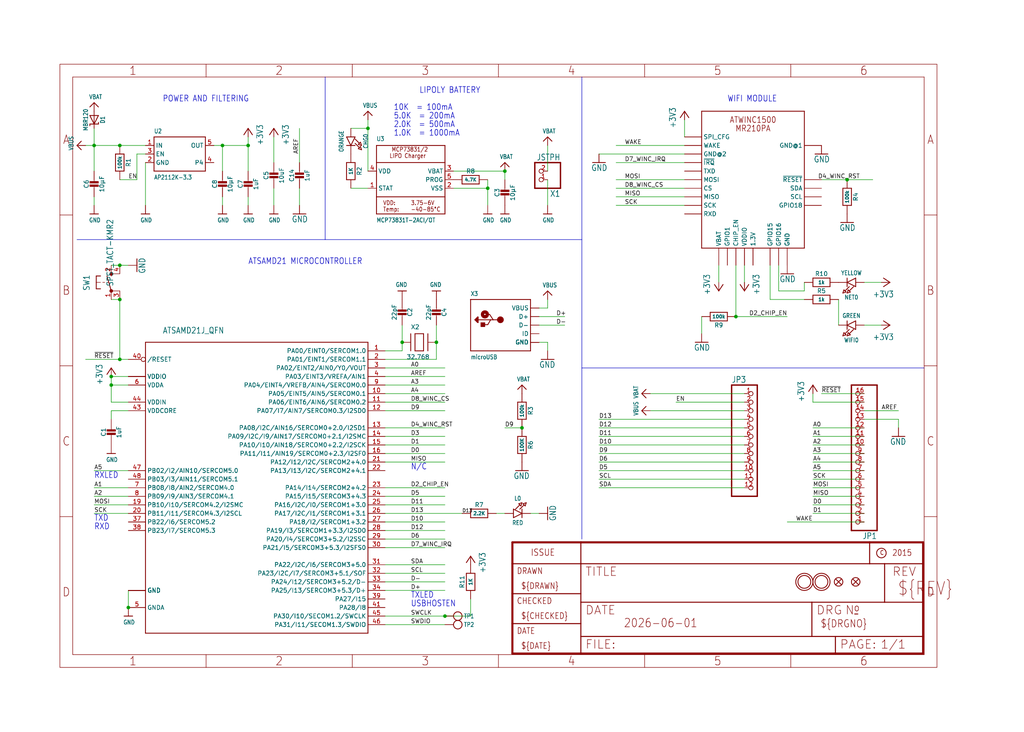
<source format=kicad_sch>
(kicad_sch (version 20230121) (generator eeschema)
  (paper "User" 303.962 217.322)
  (junction (at 109.22 38.1))
  (junction (at 33.02 111.76))
  (junction (at 27.94 43.18))
  (junction (at 66.04 43.18))
  (junction (at 33.02 114.3))
  (junction (at 149.86 50.8))
  (junction (at 132.08 182.88))
  (junction (at 73.66 43.18))
  (junction (at 144.78 55.88))
  (junction (at 35.56 43.18))
  (junction (at 35.56 88.9))
  (junction (at 35.56 78.74))
  (junction (at 251.46 53.34))
  (junction (at 119.38 101.6))
  (junction (at 35.56 106.68))
  (junction (at 154.94 127))
  (junction (at 129.54 101.6))
  (junction (at 218.44 93.98))
  (junction (at 38.1 180.34))
  (wire (pts (xy 43.18 43.18) (xy 35.56 43.18)) (stroke (width 0.1524)))
  (wire (pts (xy 27.94 152.4) (xy 38.1 152.4)) (stroke (width 0.1524)))
  (wire (pts (xy 66.04 43.18) (xy 73.66 43.18)) (stroke (width 0.1524)))
  (wire (pts (xy 33.02 114.3) (xy 33.02 111.76)) (stroke (width 0.1524)))
  (wire (pts (xy 35.56 106.68) (xy 25.4 106.68)) (stroke (width 0.1524)))
  (wire (pts (xy 208.28 93.98) (xy 208.28 99.06)) (stroke (width 0.1524)))
  (wire (pts (xy 256.54 149.86) (xy 241.3 149.86)) (stroke (width 0.1524)))
  (wire (pts (xy 88.9 48.26) (xy 88.9 38.1)) (stroke (width 0.1524)))
  (wire (pts (xy 114.3 162.56) (xy 132.08 162.56)) (stroke (width 0.1524)))
  (wire (pts (xy 200.66 119.38) (xy 220.98 119.38)) (stroke (width 0.1524)))
  (polyline (pts (xy 172.72 109.22) (xy 172.72 71.12)) (stroke (width 0.1524) (type solid)))
  (wire (pts (xy 220.98 83.82) (xy 220.98 78.74)) (stroke (width 0.1524)))
  (wire (pts (xy 243.84 53.34) (xy 251.46 53.34)) (stroke (width 0.1524)))
  (wire (pts (xy 63.5 43.18) (xy 66.04 43.18)) (stroke (width 0.1524)))
  (wire (pts (xy 114.3 144.78) (xy 132.08 144.78)) (stroke (width 0.1524)))
  (wire (pts (xy 162.56 91.44) (xy 162.56 88.9)) (stroke (width 0.1524)))
  (wire (pts (xy 27.94 147.32) (xy 38.1 147.32)) (stroke (width 0.1524)))
  (wire (pts (xy 38.1 149.86) (xy 27.94 149.86)) (stroke (width 0.1524)))
  (wire (pts (xy 241.3 119.38) (xy 256.54 119.38)) (stroke (width 0.1524)))
  (wire (pts (xy 256.54 144.78) (xy 241.3 144.78)) (stroke (width 0.1524)))
  (wire (pts (xy 220.98 134.62) (xy 177.8 134.62)) (stroke (width 0.1524)))
  (wire (pts (xy 256.54 137.16) (xy 241.3 137.16)) (stroke (width 0.1524)))
  (wire (pts (xy 149.86 53.34) (xy 149.86 50.8)) (stroke (width 0.1524)))
  (wire (pts (xy 114.3 137.16) (xy 132.08 137.16)) (stroke (width 0.1524)))
  (wire (pts (xy 88.9 55.88) (xy 88.9 60.96)) (stroke (width 0.1524)))
  (wire (pts (xy 114.3 182.88) (xy 132.08 182.88)) (stroke (width 0.1524)))
  (wire (pts (xy 177.8 144.78) (xy 220.98 144.78)) (stroke (width 0.1524)))
  (wire (pts (xy 203.2 43.18) (xy 182.88 43.18)) (stroke (width 0.1524)))
  (wire (pts (xy 25.4 43.18) (xy 27.94 43.18)) (stroke (width 0.1524)))
  (wire (pts (xy 119.38 96.52) (xy 119.38 101.6)) (stroke (width 0.1524)))
  (wire (pts (xy 114.3 121.92) (xy 132.08 121.92)) (stroke (width 0.1524)))
  (wire (pts (xy 220.98 142.24) (xy 177.8 142.24)) (stroke (width 0.1524)))
  (wire (pts (xy 162.56 43.18) (xy 162.56 50.8)) (stroke (width 0.1524)))
  (wire (pts (xy 119.38 104.14) (xy 119.38 101.6)) (stroke (width 0.1524)))
  (wire (pts (xy 261.62 96.52) (xy 256.54 96.52)) (stroke (width 0.1524)))
  (wire (pts (xy 38.1 121.92) (xy 33.02 121.92)) (stroke (width 0.1524)))
  (wire (pts (xy 218.44 93.98) (xy 233.68 93.98)) (stroke (width 0.1524)))
  (wire (pts (xy 203.2 35.56) (xy 203.2 40.64)) (stroke (width 0.1524)))
  (wire (pts (xy 248.92 88.9) (xy 248.92 96.52)) (stroke (width 0.1524)))
  (polyline (pts (xy 96.52 71.12) (xy 172.72 71.12)) (stroke (width 0.1524) (type solid)))
  (wire (pts (xy 203.2 53.34) (xy 182.88 53.34)) (stroke (width 0.1524)))
  (wire (pts (xy 157.48 152.4) (xy 160.02 152.4)) (stroke (width 0.1524)))
  (wire (pts (xy 33.02 119.38) (xy 33.02 114.3)) (stroke (width 0.1524)))
  (polyline (pts (xy 274.32 109.22) (xy 172.72 109.22)) (stroke (width 0.1524) (type solid)))
  (wire (pts (xy 231.14 78.74) (xy 231.14 86.36)) (stroke (width 0.1524)))
  (wire (pts (xy 27.94 43.18) (xy 27.94 50.8)) (stroke (width 0.1524)))
  (wire (pts (xy 109.22 38.1) (xy 109.22 50.8)) (stroke (width 0.1524)))
  (wire (pts (xy 160.02 93.98) (xy 167.64 93.98)) (stroke (width 0.1524)))
  (wire (pts (xy 256.54 132.08) (xy 241.3 132.08)) (stroke (width 0.1524)))
  (wire (pts (xy 256.54 142.24) (xy 241.3 142.24)) (stroke (width 0.1524)))
  (wire (pts (xy 38.1 114.3) (xy 33.02 114.3)) (stroke (width 0.1524)))
  (wire (pts (xy 66.04 50.8) (xy 66.04 43.18)) (stroke (width 0.1524)))
  (wire (pts (xy 109.22 35.56) (xy 109.22 38.1)) (stroke (width 0.1524)))
  (wire (pts (xy 220.98 129.54) (xy 177.8 129.54)) (stroke (width 0.1524)))
  (wire (pts (xy 177.8 127) (xy 220.98 127)) (stroke (width 0.1524)))
  (wire (pts (xy 149.86 50.8) (xy 134.62 50.8)) (stroke (width 0.1524)))
  (wire (pts (xy 182.88 55.88) (xy 203.2 55.88)) (stroke (width 0.1524)))
  (wire (pts (xy 132.08 182.88) (xy 139.7 182.88)) (stroke (width 0.1524)))
  (wire (pts (xy 139.7 182.88) (xy 139.7 177.8)) (stroke (width 0.1524)))
  (wire (pts (xy 27.94 58.42) (xy 27.94 60.96)) (stroke (width 0.1524)))
  (wire (pts (xy 132.08 147.32) (xy 114.3 147.32)) (stroke (width 0.1524)))
  (wire (pts (xy 132.08 116.84) (xy 114.3 116.84)) (stroke (width 0.1524)))
  (wire (pts (xy 182.88 60.96) (xy 203.2 60.96)) (stroke (width 0.1524)))
  (wire (pts (xy 40.64 53.34) (xy 40.64 45.72)) (stroke (width 0.1524)))
  (wire (pts (xy 66.04 58.42) (xy 66.04 60.96)) (stroke (width 0.1524)))
  (wire (pts (xy 144.78 55.88) (xy 144.78 60.96)) (stroke (width 0.1524)))
  (wire (pts (xy 38.1 119.38) (xy 33.02 119.38)) (stroke (width 0.1524)))
  (wire (pts (xy 81.28 60.96) (xy 81.28 55.88)) (stroke (width 0.1524)))
  (wire (pts (xy 33.02 121.92) (xy 33.02 124.46)) (stroke (width 0.1524)))
  (wire (pts (xy 241.3 152.4) (xy 256.54 152.4)) (stroke (width 0.1524)))
  (wire (pts (xy 73.66 58.42) (xy 73.66 60.96)) (stroke (width 0.1524)))
  (wire (pts (xy 218.44 78.74) (xy 218.44 93.98)) (stroke (width 0.1524)))
  (wire (pts (xy 73.66 43.18) (xy 73.66 40.64)) (stroke (width 0.1524)))
  (wire (pts (xy 132.08 154.94) (xy 114.3 154.94)) (stroke (width 0.1524)))
  (wire (pts (xy 251.46 53.34) (xy 259.08 53.34)) (stroke (width 0.1524)))
  (wire (pts (xy 132.08 175.26) (xy 114.3 175.26)) (stroke (width 0.1524)))
  (wire (pts (xy 241.3 147.32) (xy 256.54 147.32)) (stroke (width 0.1524)))
  (wire (pts (xy 256.54 116.84) (xy 243.84 116.84)) (stroke (width 0.1524)))
  (wire (pts (xy 114.3 160.02) (xy 132.08 160.02)) (stroke (width 0.1524)))
  (wire (pts (xy 167.64 96.52) (xy 160.02 96.52)) (stroke (width 0.1524)))
  (wire (pts (xy 114.3 119.38) (xy 132.08 119.38)) (stroke (width 0.1524)))
  (wire (pts (xy 114.3 114.3) (xy 132.08 114.3)) (stroke (width 0.1524)))
  (wire (pts (xy 73.66 43.18) (xy 73.66 50.8)) (stroke (width 0.1524)))
  (wire (pts (xy 134.62 55.88) (xy 144.78 55.88)) (stroke (width 0.1524)))
  (wire (pts (xy 114.3 106.68) (xy 129.54 106.68)) (stroke (width 0.1524)))
  (wire (pts (xy 203.2 58.42) (xy 182.88 58.42)) (stroke (width 0.1524)))
  (wire (pts (xy 231.14 86.36) (xy 238.76 86.36)) (stroke (width 0.1524)))
  (wire (pts (xy 203.2 48.26) (xy 182.88 48.26)) (stroke (width 0.1524)))
  (wire (pts (xy 132.08 185.42) (xy 114.3 185.42)) (stroke (width 0.1524)))
  (wire (pts (xy 256.54 121.92) (xy 266.7 121.92)) (stroke (width 0.1524)))
  (wire (pts (xy 177.8 132.08) (xy 220.98 132.08)) (stroke (width 0.1524)))
  (wire (pts (xy 129.54 106.68) (xy 129.54 101.6)) (stroke (width 0.1524)))
  (polyline (pts (xy 172.72 160.02) (xy 172.72 109.22)) (stroke (width 0.1524) (type solid)))
  (wire (pts (xy 241.3 116.84) (xy 241.3 119.38)) (stroke (width 0.1524)))
  (wire (pts (xy 228.6 78.74) (xy 228.6 88.9)) (stroke (width 0.1524)))
  (wire (pts (xy 114.3 129.54) (xy 132.08 129.54)) (stroke (width 0.1524)))
  (wire (pts (xy 38.1 175.26) (xy 38.1 180.34)) (stroke (width 0.1524)))
  (wire (pts (xy 193.04 116.84) (xy 220.98 116.84)) (stroke (width 0.1524)))
  (wire (pts (xy 43.18 48.26) (xy 43.18 60.96)) (stroke (width 0.1524)))
  (wire (pts (xy 114.3 152.4) (xy 137.16 152.4)) (stroke (width 0.1524)))
  (wire (pts (xy 114.3 170.18) (xy 132.08 170.18)) (stroke (width 0.1524)))
  (wire (pts (xy 144.78 53.34) (xy 144.78 55.88)) (stroke (width 0.1524)))
  (wire (pts (xy 35.56 53.34) (xy 40.64 53.34)) (stroke (width 0.1524)))
  (wire (pts (xy 114.3 149.86) (xy 132.08 149.86)) (stroke (width 0.1524)))
  (wire (pts (xy 114.3 167.64) (xy 132.08 167.64)) (stroke (width 0.1524)))
  (wire (pts (xy 241.3 129.54) (xy 256.54 129.54)) (stroke (width 0.1524)))
  (wire (pts (xy 27.94 38.1) (xy 27.94 43.18)) (stroke (width 0.1524)))
  (wire (pts (xy 238.76 86.36) (xy 238.76 83.82)) (stroke (width 0.1524)))
  (wire (pts (xy 104.14 55.88) (xy 109.22 55.88)) (stroke (width 0.1524)))
  (wire (pts (xy 114.3 172.72) (xy 132.08 172.72)) (stroke (width 0.1524)))
  (wire (pts (xy 256.54 154.94) (xy 233.68 154.94)) (stroke (width 0.1524)))
  (wire (pts (xy 160.02 101.6) (xy 162.56 101.6)) (stroke (width 0.1524)))
  (polyline (pts (xy 22.86 71.12) (xy 96.52 71.12)) (stroke (width 0.1524) (type solid)))
  (wire (pts (xy 220.98 121.92) (xy 193.04 121.92)) (stroke (width 0.1524)))
  (wire (pts (xy 147.32 152.4) (xy 149.86 152.4)) (stroke (width 0.1524)))
  (wire (pts (xy 114.3 109.22) (xy 132.08 109.22)) (stroke (width 0.1524)))
  (wire (pts (xy 213.36 83.82) (xy 213.36 78.74)) (stroke (width 0.1524)))
  (wire (pts (xy 33.02 78.74) (xy 35.56 78.74)) (stroke (width 0.1524)))
  (wire (pts (xy 114.3 104.14) (xy 119.38 104.14)) (stroke (width 0.1524)))
  (wire (pts (xy 40.64 45.72) (xy 43.18 45.72)) (stroke (width 0.1524)))
  (wire (pts (xy 81.28 40.64) (xy 81.28 48.26)) (stroke (width 0.1524)))
  (wire (pts (xy 266.7 124.46) (xy 266.7 127)) (stroke (width 0.1524)))
  (wire (pts (xy 38.1 111.76) (xy 33.02 111.76)) (stroke (width 0.1524)))
  (wire (pts (xy 177.8 137.16) (xy 220.98 137.16)) (stroke (width 0.1524)))
  (wire (pts (xy 38.1 106.68) (xy 35.56 106.68)) (stroke (width 0.1524)))
  (wire (pts (xy 35.56 43.18) (xy 27.94 43.18)) (stroke (width 0.1524)))
  (wire (pts (xy 160.02 91.44) (xy 162.56 91.44)) (stroke (width 0.1524)))
  (wire (pts (xy 220.98 124.46) (xy 177.8 124.46)) (stroke (width 0.1524)))
  (wire (pts (xy 241.3 134.62) (xy 256.54 134.62)) (stroke (width 0.1524)))
  (wire (pts (xy 228.6 88.9) (xy 238.76 88.9)) (stroke (width 0.1524)))
  (wire (pts (xy 154.94 127) (xy 149.86 127)) (stroke (width 0.1524)))
  (wire (pts (xy 132.08 127) (xy 114.3 127)) (stroke (width 0.1524)))
  (wire (pts (xy 35.56 106.68) (xy 35.56 88.9)) (stroke (width 0.1524)))
  (wire (pts (xy 114.3 111.76) (xy 132.08 111.76)) (stroke (width 0.1524)))
  (wire (pts (xy 241.3 139.7) (xy 256.54 139.7)) (stroke (width 0.1524)))
  (wire (pts (xy 162.56 101.6) (xy 162.56 104.14)) (stroke (width 0.1524)))
  (wire (pts (xy 114.3 157.48) (xy 132.08 157.48)) (stroke (width 0.1524)))
  (wire (pts (xy 38.1 78.74) (xy 35.56 78.74)) (stroke (width 0.1524)))
  (wire (pts (xy 104.14 38.1) (xy 109.22 38.1)) (stroke (width 0.1524)))
  (wire (pts (xy 256.54 124.46) (xy 266.7 124.46)) (stroke (width 0.1524)))
  (wire (pts (xy 132.08 134.62) (xy 114.3 134.62)) (stroke (width 0.1524)))
  (wire (pts (xy 162.56 60.96) (xy 162.56 53.34)) (stroke (width 0.1524)))
  (wire (pts (xy 129.54 101.6) (xy 129.54 96.52)) (stroke (width 0.1524)))
  (wire (pts (xy 177.8 45.72) (xy 203.2 45.72)) (stroke (width 0.1524)))
  (wire (pts (xy 256.54 83.82) (xy 261.62 83.82)) (stroke (width 0.1524)))
  (wire (pts (xy 38.1 144.78) (xy 27.94 144.78)) (stroke (width 0.1524)))
  (wire (pts (xy 35.56 88.9) (xy 33.02 88.9)) (stroke (width 0.1524)))
  (wire (pts (xy 114.3 132.08) (xy 132.08 132.08)) (stroke (width 0.1524)))
  (wire (pts (xy 220.98 139.7) (xy 177.8 139.7)) (stroke (width 0.1524)))
  (polyline (pts (xy 96.52 71.12) (xy 96.52 22.86)) (stroke (width 0.1524) (type solid)))
  (wire (pts (xy 38.1 139.7) (xy 27.94 139.7)) (stroke (width 0.1524)))
  (polyline (pts (xy 172.72 71.12) (xy 172.72 22.86)) (stroke (width 0.1524) (type solid)))
  (wire (pts (xy 256.54 127) (xy 241.3 127)) (stroke (width 0.1524)))
  (text "N/C" (at 121.92 139.7 0) (effects (font (size 1.778 1.5113)) (justify left bottom)))
  (text "LIPOLY BATTERY" (at 124.46 27.94 0) (effects (font (size 1.778 1.5113)) (justify left bottom)))
  (text "1.0K  = 1000mA" (at 116.84 40.64 0) (effects (font (size 1.778 1.5113)) (justify left bottom)))
  (text "5.0K  = 200mA" (at 116.84 35.56 0) (effects (font (size 1.778 1.5113)) (justify left bottom)))
  (text "WIFI MODULE" (at 215.9 30.48 0) (effects (font (size 1.778 1.5113)) (justify left bottom)))
  (text "10K  = 100mA" (at 116.84 33.02 0) (effects (font (size 1.778 1.5113)) (justify left bottom)))
  (text "ATSAMD21 MICROCONTROLLER" (at 73.66 78.74 0) (effects (font (size 1.778 1.5113)) (justify left bottom)))
  (text "POWER AND FILTERING" (at 48.26 30.48 0) (effects (font (size 1.778 1.5113)) (justify left bottom)))
  (text "TXLED" (at 121.92 177.8 0) (effects (font (size 1.778 1.5113)) (justify left bottom)))
  (text "2.0K  = 500mA" (at 116.84 38.1 0) (effects (font (size 1.778 1.5113)) (justify left bottom)))
  (text "USBHOSTEN" (at 121.92 180.34 0) (effects (font (size 1.778 1.5113)) (justify left bottom)))
  (text "RXD" (at 27.94 157.48 0) (effects (font (size 1.778 1.5113)) (justify left bottom)))
  (text "RXLED" (at 27.94 142.24 0) (effects (font (size 1.778 1.5113)) (justify left bottom)))
  (text "TXD" (at 27.94 154.94 0) (effects (font (size 1.778 1.5113)) (justify left bottom)))
  (label "~{RESET}" (at 27.94 106.68 0) (effects (font (size 1.2446 1.2446))))
  (label "EN" (at 38.1 53.34 0) (effects (font (size 1.2446 1.2446))))
  (label "D5" (at 177.8 139.7 0) (effects (font (size 1.2446 1.2446))))
  (label "D12" (at 177.8 127 0) (effects (font (size 1.2446 1.2446))))
  (label "D11" (at 177.8 129.54 0) (effects (font (size 1.2446 1.2446))))
  (label "SCK" (at 185.42 60.96 0) (effects (font (size 1.2446 1.2446))))
  (label "A3" (at 241.3 134.62 0) (effects (font (size 1.2446 1.2446))))
  (label "D6" (at 177.8 137.16 0) (effects (font (size 1.2446 1.2446))))
  (label "A3" (at 121.92 114.3 0) (effects (font (size 1.2446 1.2446))))
  (label "D9" (at 149.86 127 0) (effects (font (size 1.2446 1.2446))))
  (label "D1" (at 121.92 132.08 0) (effects (font (size 1.2446 1.2446))))
  (label "D13" (at 177.8 124.46 0) (effects (font (size 1.2446 1.2446))))
  (label "D4_WINC_RST" (at 255.27 53.34 180) (effects (font (size 1.2446 1.2446))))
  (label "A4" (at 241.3 137.16 0) (effects (font (size 1.2446 1.2446))))
  (label "D7_WINC_IRQ" (at 121.92 162.56 0) (effects (font (size 1.2446 1.2446))))
  (label "D9" (at 177.8 134.62 0) (effects (font (size 1.2446 1.2446))))
  (label "A1" (at 241.3 129.54 0) (effects (font (size 1.2446 1.2446))))
  (label "SCL" (at 177.8 142.24 0) (effects (font (size 1.2446 1.2446))))
  (label "MISO" (at 241.3 147.32 0) (effects (font (size 1.2446 1.2446))))
  (label "A2" (at 241.3 132.08 0) (effects (font (size 1.2446 1.2446))))
  (label "D4_WINC_RST" (at 121.92 127 0) (effects (font (size 1.2446 1.2446))))
  (label "MOSI" (at 241.3 144.78 0) (effects (font (size 1.2446 1.2446))))
  (label "MOSI" (at 27.94 149.86 0) (effects (font (size 1.2446 1.2446))))
  (label "AREF" (at 88.9 45.72 90) (effects (font (size 1.2446 1.2446))))
  (label "D9" (at 121.92 121.92 0) (effects (font (size 1.2446 1.2446))))
  (label "A0" (at 121.92 109.22 0) (effects (font (size 1.2446 1.2446))))
  (label "D6" (at 121.92 160.02 0) (effects (font (size 1.2446 1.2446))))
  (label "D-" (at 121.92 172.72 0) (effects (font (size 1.2446 1.2446))))
  (label "D1" (at 241.3 152.4 0) (effects (font (size 1.2446 1.2446))))
  (label "D0" (at 241.3 149.86 0) (effects (font (size 1.2446 1.2446))))
  (label "D12" (at 121.92 157.48 0) (effects (font (size 1.2446 1.2446))))
  (label "SCK" (at 241.3 142.24 0) (effects (font (size 1.2446 1.2446))))
  (label "SCK" (at 27.94 152.4 0) (effects (font (size 1.2446 1.2446))))
  (label "SWDIO" (at 121.92 185.42 0) (effects (font (size 1.2446 1.2446))))
  (label "A5" (at 241.3 139.7 0) (effects (font (size 1.2446 1.2446))))
  (label "A5" (at 27.94 139.7 0) (effects (font (size 1.2446 1.2446))))
  (label "A1" (at 27.94 144.78 0) (effects (font (size 1.2446 1.2446))))
  (label "D7_WINC_IRQ" (at 185.42 48.26 0) (effects (font (size 1.2446 1.2446))))
  (label "MOSI" (at 185.42 53.34 0) (effects (font (size 1.2446 1.2446))))
  (label "A2" (at 27.94 147.32 0) (effects (font (size 1.2446 1.2446))))
  (label "D10" (at 177.8 132.08 0) (effects (font (size 1.2446 1.2446))))
  (label "WAKE" (at 185.42 43.18 0) (effects (font (size 1.2446 1.2446))))
  (label "SDA" (at 177.8 144.78 0) (effects (font (size 1.2446 1.2446))))
  (label "D0" (at 121.92 134.62 0) (effects (font (size 1.2446 1.2446))))
  (label "A0" (at 241.3 127 0) (effects (font (size 1.2446 1.2446))))
  (label "SDA" (at 121.92 167.64 0) (effects (font (size 1.2446 1.2446))))
  (label "MISO" (at 185.42 58.42 0) (effects (font (size 1.2446 1.2446))))
  (label "EN" (at 200.66 119.38 0) (effects (font (size 1.2446 1.2446))))
  (label "A4" (at 121.92 116.84 0) (effects (font (size 1.2446 1.2446))))
  (label "D11" (at 121.92 149.86 0) (effects (font (size 1.2446 1.2446))))
  (label "D3" (at 121.92 129.54 0) (effects (font (size 1.2446 1.2446))))
  (label "SCL" (at 121.92 170.18 0) (effects (font (size 1.2446 1.2446))))
  (label "D5" (at 121.92 147.32 0) (effects (font (size 1.2446 1.2446))))
  (label "D2_CHIP_EN" (at 121.92 144.78 0) (effects (font (size 1.2446 1.2446))))
  (label "D2_CHIP_EN" (at 233.68 93.98 180) (effects (font (size 1.2446 1.2446))))
  (label "D+" (at 121.92 175.26 0) (effects (font (size 1.2446 1.2446))))
  (label "AREF" (at 121.92 111.76 0) (effects (font (size 1.2446 1.2446))))
  (label "MISO" (at 121.92 137.16 0) (effects (font (size 1.2446 1.2446))))
  (label "D8_WINC_CS" (at 185.42 55.88 0) (effects (font (size 1.2446 1.2446))))
  (label "SWCLK" (at 121.92 182.88 0) (effects (font (size 1.2446 1.2446))))
  (label "D8_WINC_CS" (at 121.92 119.38 0) (effects (font (size 1.2446 1.2446))))
  (label "AREF" (at 261.62 121.92 0) (effects (font (size 1.2446 1.2446))))
  (label "~{RESET}" (at 243.84 116.84 0) (effects (font (size 1.2446 1.2446))))
  (label "D-" (at 165.1 96.52 0) (effects (font (size 1.2446 1.2446))))
  (label "D10" (at 121.92 154.94 0) (effects (font (size 1.2446 1.2446))))
  (label "D+" (at 165.1 93.98 0) (effects (font (size 1.2446 1.2446))))
  (label "WAKE" (at 236.22 154.94 0) (effects (font (size 1.2446 1.2446))))
  (label "D13" (at 121.92 152.4 0) (effects (font (size 1.2446 1.2446))))
  (label "D13" (at 137.16 152.4 0) (effects (font (size 1.016 1.016))))
  (symbol (lib_id "working-eagle-import:ATSAMD21J_QFN") (at 63.5 139.7 0) (unit 1)
    (property "Reference" "U$4" (effects hide))
    (property "Value" "ATSAMD21J_QFN" (at 48.26 99.06 0) (effects (font (size 1.778 1.5113)) (justify left bottom)))
    (property "Footprint" "working:TQFN48_7MM" (effects hide))
  )
  (symbol (lib_id "working-eagle-import:supply1_GND") (at 251.46 66.04 0) (mirror y) (unit 1)
    (property "Reference" "#GND6" (effects hide))
    (property "Value" "GND" (at 254 68.58 0) (effects (font (size 1.778 1.5113)) (justify left bottom)))
  )
  (symbol (lib_id "working-eagle-import:FRAME_A4") (at 152.4 195.58 0) (unit 2)
    (property "Reference" "#FRAME1" (effects hide))
    (property "Value" "FRAME_A4" (effects hide))
  )
  (symbol (lib_id "working-eagle-import:GND") (at 129.54 86.36 180) (unit 1)
    (property "Reference" "#U$10" (effects hide))
    (property "Value" "GND" (at 131.064 83.82 0) (effects (font (size 1.27 1.0795)) (justify left bottom)))
  )
  (symbol (lib_id "working-eagle-import:ATWINC1500_MR210PA") (at 223.52 53.34 0) (unit 1)
    (property "Reference" "X4" (effects hide))
    (property "Value" "ATWINC1500_MR210PA" (effects hide))
    (property "Footprint" "working:ATWINC1500_MR210PA" (effects hide))
  )
  (symbol (lib_id "working-eagle-import:HEADER-1X12") (at 223.52 132.08 0) (unit 1)
    (property "Reference" "JP3" (at 217.17 113.665 0) (effects (font (size 1.778 1.5113)) (justify left bottom)))
    (property "Value" "HEADER-1X12" (effects hide))
    (property "Footprint" "working:1X12_ROUND" (effects hide))
  )
  (symbol (lib_id "working-eagle-import:GND") (at 33.02 134.62 0) (unit 1)
    (property "Reference" "#U$6" (effects hide))
    (property "Value" "GND" (at 31.496 137.16 0) (effects (font (size 1.27 1.0795)) (justify left bottom)))
  )
  (symbol (lib_id "working-eagle-import:supply1_GND") (at 88.9 63.5 0) (mirror y) (unit 1)
    (property "Reference" "#GND12" (effects hide))
    (property "Value" "GND" (at 91.44 66.04 0) (effects (font (size 1.778 1.5113)) (justify left bottom)))
  )
  (symbol (lib_id "working-eagle-import:CON_JST_PH_2PIN") (at 160.02 50.8 180) (unit 1)
    (property "Reference" "X1" (at 166.37 56.515 0) (effects (font (size 1.778 1.5113)) (justify left bottom)))
    (property "Value" "JSTPH" (at 166.37 45.72 0) (effects (font (size 1.778 1.5113)) (justify left bottom)))
    (property "Footprint" "working:JSTPH2" (effects hide))
  )
  (symbol (lib_id "working-eagle-import:RESISTOR_0603_NOOUT") (at 213.36 93.98 180) (unit 1)
    (property "Reference" "R9" (at 213.36 96.52 0))
    (property "Value" "100k" (at 213.36 93.98 0) (effects (font (size 1.016 1.016) bold)))
    (property "Footprint" "working:0603-NO" (effects hide))
  )
  (symbol (lib_id "working-eagle-import:supply1_GND") (at 154.94 139.7 0) (unit 1)
    (property "Reference" "#GND13" (effects hide))
    (property "Value" "GND" (at 152.4 142.24 0) (effects (font (size 1.778 1.5113)) (justify left bottom)))
  )
  (symbol (lib_id "working-eagle-import:+3V3") (at 241.3 114.3 0) (unit 1)
    (property "Reference" "#+3V1" (effects hide))
    (property "Value" "+3V3" (at 238.76 119.38 90) (effects (font (size 1.778 1.5113)) (justify left bottom)))
  )
  (symbol (lib_id "working-eagle-import:VBUS") (at 162.56 86.36 0) (unit 1)
    (property "Reference" "#U$1" (effects hide))
    (property "Value" "VBUS" (at 161.036 85.344 0) (effects (font (size 1.27 1.0795)) (justify left bottom)))
  )
  (symbol (lib_id "working-eagle-import:CAP_CERAMIC0603_NO") (at 88.9 53.34 0) (unit 1)
    (property "Reference" "C14" (at 86.61 52.09 90))
    (property "Value" "1uF" (at 91.2 52.09 90))
    (property "Footprint" "working:0603-NO" (effects hide))
  )
  (symbol (lib_id "working-eagle-import:RESISTOR_0603_NOOUT") (at 104.14 50.8 270) (unit 1)
    (property "Reference" "R2" (at 106.68 50.8 0))
    (property "Value" "1K" (at 104.14 50.8 0) (effects (font (size 1.016 1.016) bold)))
    (property "Footprint" "working:0603-NO" (effects hide))
  )
  (symbol (lib_id "working-eagle-import:supply1_GND") (at 177.8 48.26 0) (mirror y) (unit 1)
    (property "Reference" "#GND5" (effects hide))
    (property "Value" "GND" (at 180.34 50.8 0) (effects (font (size 1.778 1.5113)) (justify left bottom)))
  )
  (symbol (lib_id "working-eagle-import:GND") (at 27.94 63.5 0) (unit 1)
    (property "Reference" "#U$27" (effects hide))
    (property "Value" "GND" (at 26.416 66.04 0) (effects (font (size 1.27 1.0795)) (justify left bottom)))
  )
  (symbol (lib_id "working-eagle-import:RESISTOR_0603_NOOUT") (at 154.94 132.08 270) (unit 1)
    (property "Reference" "R6" (at 157.48 132.08 0))
    (property "Value" "100K" (at 154.94 132.08 0) (effects (font (size 1.016 1.016) bold)))
    (property "Footprint" "working:0603-NO" (effects hide))
  )
  (symbol (lib_id "working-eagle-import:CAP_CERAMIC0603_NO") (at 33.02 129.54 0) (unit 1)
    (property "Reference" "C1" (at 30.73 128.29 90))
    (property "Value" "1uF" (at 35.32 128.29 90))
    (property "Footprint" "working:0603-NO" (effects hide))
  )
  (symbol (lib_id "working-eagle-import:GND") (at 144.78 63.5 0) (unit 1)
    (property "Reference" "#U$36" (effects hide))
    (property "Value" "GND" (at 143.256 66.04 0) (effects (font (size 1.27 1.0795)) (justify left bottom)))
  )
  (symbol (lib_id "working-eagle-import:supply1_GND") (at 266.7 129.54 0) (unit 1)
    (property "Reference" "#GND4" (effects hide))
    (property "Value" "GND" (at 264.16 132.08 0) (effects (font (size 1.778 1.5113)) (justify left bottom)))
  )
  (symbol (lib_id "working-eagle-import:CAP_CERAMIC0805-NOOUTLINE") (at 27.94 55.88 0) (unit 1)
    (property "Reference" "C6" (at 25.65 54.63 90))
    (property "Value" "10µF" (at 30.24 54.63 90))
    (property "Footprint" "working:0805-NO" (effects hide))
  )
  (symbol (lib_id "working-eagle-import:supply1_GND") (at 243.84 45.72 0) (mirror y) (unit 1)
    (property "Reference" "#GND3" (effects hide))
    (property "Value" "GND" (at 246.38 48.26 0) (effects (font (size 1.778 1.5113)) (justify left bottom)))
  )
  (symbol (lib_id "working-eagle-import:+3V3") (at 264.16 96.52 270) (mirror x) (unit 1)
    (property "Reference" "#+3V9" (effects hide))
    (property "Value" "+3V3" (at 259.08 99.06 90) (effects (font (size 1.778 1.5113)) (justify left bottom)))
  )
  (symbol (lib_id "working-eagle-import:RESISTOR_0603_NOOUT") (at 243.84 83.82 0) (unit 1)
    (property "Reference" "R10" (at 243.84 81.28 0))
    (property "Value" "1k" (at 243.84 83.82 0) (effects (font (size 1.016 1.016) bold)))
    (property "Footprint" "working:0603-NO" (effects hide))
  )
  (symbol (lib_id "working-eagle-import:VBUS") (at 22.86 43.18 90) (unit 1)
    (property "Reference" "#U$3" (effects hide))
    (property "Value" "VBUS" (at 21.844 44.704 0) (effects (font (size 1.27 1.0795)) (justify left bottom)))
  )
  (symbol (lib_id "working-eagle-import:GND") (at 73.66 63.5 0) (unit 1)
    (property "Reference" "#U$28" (effects hide))
    (property "Value" "GND" (at 72.136 66.04 0) (effects (font (size 1.27 1.0795)) (justify left bottom)))
  )
  (symbol (lib_id "working-eagle-import:VBAT") (at 190.5 116.84 90) (unit 1)
    (property "Reference" "#U$20" (effects hide))
    (property "Value" "VBAT" (at 189.484 118.364 0) (effects (font (size 1.27 1.0795)) (justify left bottom)))
  )
  (symbol (lib_id "working-eagle-import:supply1_GND") (at 162.56 152.4 90) (mirror x) (unit 1)
    (property "Reference" "#GND10" (effects hide))
    (property "Value" "GND" (at 165.1 149.86 0) (effects (font (size 1.778 1.5113)) (justify left bottom)))
  )
  (symbol (lib_id "working-eagle-import:LED0805_NOOUTLINE") (at 251.46 83.82 180) (unit 1)
    (property "Reference" "NET0" (at 252.73 88.265 0) (effects (font (size 1.27 1.0795))))
    (property "Value" "YELLOW" (at 252.73 81.026 0) (effects (font (size 1.27 1.0795))))
    (property "Footprint" "working:CHIPLED_0805_NOOUTLINE" (effects hide))
  )
  (symbol (lib_id "working-eagle-import:GND") (at 38.1 182.88 0) (unit 1)
    (property "Reference" "#U$5" (effects hide))
    (property "Value" "GND" (at 36.576 185.42 0) (effects (font (size 1.27 1.0795)) (justify left bottom)))
  )
  (symbol (lib_id "working-eagle-import:CAP_CERAMIC0805-NOOUTLINE") (at 81.28 53.34 0) (unit 1)
    (property "Reference" "C5" (at 78.99 52.09 90))
    (property "Value" "10uF" (at 83.58 52.09 90))
    (property "Footprint" "working:0805-NO" (effects hide))
  )
  (symbol (lib_id "working-eagle-import:supply1_GND") (at 208.28 101.6 0) (mirror y) (unit 1)
    (property "Reference" "#GND8" (effects hide))
    (property "Value" "GND" (at 210.82 104.14 0) (effects (font (size 1.778 1.5113)) (justify left bottom)))
  )
  (symbol (lib_id "working-eagle-import:DIODE-SCHOTTKYSOD-123") (at 27.94 35.56 270) (unit 1)
    (property "Reference" "D1" (at 30.48 35.56 0) (effects (font (size 1.27 1.0795))))
    (property "Value" "MBR120" (at 25.44 35.56 0) (effects (font (size 1.27 1.0795))))
    (property "Footprint" "working:SOD-123" (effects hide))
  )
  (symbol (lib_id "working-eagle-import:MCP73831/2") (at 121.92 53.34 0) (unit 1)
    (property "Reference" "U3" (at 111.76 41.91 0) (effects (font (size 1.27 1.0795)) (justify left bottom)))
    (property "Value" "MCP73831T-2ACI/OT" (at 111.76 66.04 0) (effects (font (size 1.27 1.0795)) (justify left bottom)))
    (property "Footprint" "working:SOT23-5" (effects hide))
  )
  (symbol (lib_id "working-eagle-import:FIDUCIAL{dblquote}{dblquote}") (at 254 172.72 0) (unit 1)
    (property "Reference" "U$35" (effects hide))
    (property "Value" "FIDUCIAL{dblquote}{dblquote}" (effects hide))
    (property "Footprint" "working:FIDUCIAL_1MM" (effects hide))
  )
  (symbol (lib_id "working-eagle-import:LED0805_NOOUTLINE") (at 104.14 43.18 270) (unit 1)
    (property "Reference" "CHG0" (at 108.585 41.91 0) (effects (font (size 1.27 1.0795))))
    (property "Value" "ORANGE" (at 101.346 41.91 0) (effects (font (size 1.27 1.0795))))
    (property "Footprint" "working:CHIPLED_0805_NOOUTLINE" (effects hide))
  )
  (symbol (lib_id "working-eagle-import:VBUS") (at 109.22 33.02 0) (unit 1)
    (property "Reference" "#U$38" (effects hide))
    (property "Value" "VBUS" (at 107.696 32.004 0) (effects (font (size 1.27 1.0795)) (justify left bottom)))
  )
  (symbol (lib_id "working-eagle-import:VBUS") (at 190.5 121.92 90) (unit 1)
    (property "Reference" "#U$19" (effects hide))
    (property "Value" "VBUS" (at 189.484 123.444 0) (effects (font (size 1.27 1.0795)) (justify left bottom)))
  )
  (symbol (lib_id "working-eagle-import:GND") (at 149.86 63.5 0) (unit 1)
    (property "Reference" "#U$33" (effects hide))
    (property "Value" "GND" (at 148.336 66.04 0) (effects (font (size 1.27 1.0795)) (justify left bottom)))
  )
  (symbol (lib_id "working-eagle-import:CAP_CERAMIC0805-NOOUTLINE") (at 149.86 58.42 0) (unit 1)
    (property "Reference" "C3" (at 147.57 57.17 90))
    (property "Value" "10µF" (at 152.16 57.17 90))
    (property "Footprint" "working:0805-NO" (effects hide))
  )
  (symbol (lib_id "working-eagle-import:CAP_CERAMIC0603_NO") (at 119.38 91.44 180) (unit 1)
    (property "Reference" "C2" (at 121.67 92.69 90))
    (property "Value" "22pF" (at 117.08 92.69 90))
    (property "Footprint" "working:0603-NO" (effects hide))
  )
  (symbol (lib_id "working-eagle-import:FIDUCIAL{dblquote}{dblquote}") (at 248.92 172.72 0) (unit 1)
    (property "Reference" "U$34" (effects hide))
    (property "Value" "FIDUCIAL{dblquote}{dblquote}" (effects hide))
    (property "Footprint" "working:FIDUCIAL_1MM" (effects hide))
  )
  (symbol (lib_id "working-eagle-import:CAP_CERAMIC0805-NOOUTLINE") (at 66.04 55.88 0) (unit 1)
    (property "Reference" "C8" (at 63.75 54.63 90))
    (property "Value" "10µF" (at 68.34 54.63 90))
    (property "Footprint" "working:0805-NO" (effects hide))
  )
  (symbol (lib_id "working-eagle-import:supply1_GND") (at 162.56 106.68 0) (unit 1)
    (property "Reference" "#GND1" (effects hide))
    (property "Value" "GND" (at 160.02 109.22 0) (effects (font (size 1.778 1.5113)) (justify left bottom)))
  )
  (symbol (lib_id "working-eagle-import:GND") (at 43.18 63.5 0) (unit 1)
    (property "Reference" "#U$30" (effects hide))
    (property "Value" "GND" (at 41.656 66.04 0) (effects (font (size 1.27 1.0795)) (justify left bottom)))
  )
  (symbol (lib_id "working-eagle-import:supply1_GND") (at 40.64 78.74 90) (unit 1)
    (property "Reference" "#GND7" (effects hide))
    (property "Value" "GND" (at 43.18 81.28 0) (effects (font (size 1.778 1.5113)) (justify left bottom)))
  )
  (symbol (lib_id "working-eagle-import:supply1_GND") (at 233.68 81.28 0) (mirror y) (unit 1)
    (property "Reference" "#GND2" (effects hide))
    (property "Value" "GND" (at 236.22 83.82 0) (effects (font (size 1.778 1.5113)) (justify left bottom)))
  )
  (symbol (lib_id "working-eagle-import:+3V3") (at 33.02 109.22 0) (unit 1)
    (property "Reference" "#+3V3" (effects hide))
    (property "Value" "+3V3" (at 30.48 114.3 90) (effects (font (size 1.778 1.5113)) (justify left bottom)))
  )
  (symbol (lib_id "working-eagle-import:TESTPOINTROUND1.5MM") (at 132.08 182.88 270) (unit 1)
    (property "Reference" "TP1" (at 137.668 182.88 90) (effects (font (size 1.27 1.0795)) (justify left)))
    (property "Value" "TESTPOINTROUND1.5MM" (effects hide))
    (property "Footprint" "working:TESTPOINT_ROUND_1.5MM" (effects hide))
  )
  (symbol (lib_id "working-eagle-import:+3V3") (at 213.36 86.36 0) (mirror x) (unit 1)
    (property "Reference" "#+3V6" (effects hide))
    (property "Value" "+3V3" (at 210.82 81.28 90) (effects (font (size 1.778 1.5113)) (justify left bottom)))
  )
  (symbol (lib_id "working-eagle-import:RESISTOR_0603_NOOUT") (at 35.56 48.26 270) (unit 1)
    (property "Reference" "R1" (at 38.1 48.26 0))
    (property "Value" "100k" (at 35.56 48.26 0) (effects (font (size 1.016 1.016) bold)))
    (property "Footprint" "working:0603-NO" (effects hide))
  )
  (symbol (lib_id "working-eagle-import:VBAT") (at 162.56 40.64 0) (unit 1)
    (property "Reference" "#U$16" (effects hide))
    (property "Value" "VBAT" (at 161.036 39.624 0) (effects (font (size 1.27 1.0795)) (justify left bottom)))
  )
  (symbol (lib_id "working-eagle-import:RESISTOR_0603_NOOUT") (at 251.46 58.42 270) (unit 1)
    (property "Reference" "R4" (at 254 58.42 0))
    (property "Value" "100k" (at 251.46 58.42 0) (effects (font (size 1.016 1.016) bold)))
    (property "Footprint" "working:0603-NO" (effects hide))
  )
  (symbol (lib_id "working-eagle-import:CAP_CERAMIC0603_NO") (at 73.66 55.88 0) (unit 1)
    (property "Reference" "C7" (at 71.37 54.63 90))
    (property "Value" "1uF" (at 75.96 54.63 90))
    (property "Footprint" "working:0603-NO" (effects hide))
  )
  (symbol (lib_id "working-eagle-import:RESISTOR_0603_NOOUT") (at 139.7 53.34 0) (unit 1)
    (property "Reference" "R8" (at 139.7 50.8 0))
    (property "Value" "4.7K" (at 139.7 53.34 0) (effects (font (size 1.016 1.016) bold)))
    (property "Footprint" "working:0603-NO" (effects hide))
  )
  (symbol (lib_id "working-eagle-import:HEADER-1X16ROUND") (at 254 137.16 180) (unit 1)
    (property "Reference" "JP1" (at 260.35 158.115 0) (effects (font (size 1.778 1.5113)) (justify left bottom)))
    (property "Value" "HEADER-1X16ROUND" (effects hide))
    (property "Footprint" "working:1X16_ROUND" (effects hide))
  )
  (symbol (lib_id "working-eagle-import:+3V3") (at 220.98 86.36 180) (unit 1)
    (property "Reference" "#+3V5" (effects hide))
    (property "Value" "+3V3" (at 223.52 81.28 90) (effects (font (size 1.778 1.5113)) (justify left bottom)))
  )
  (symbol (lib_id "working-eagle-import:VBAT") (at 154.94 114.3 0) (unit 1)
    (property "Reference" "#U$2" (effects hide))
    (property "Value" "VBAT" (at 153.416 113.284 0) (effects (font (size 1.27 1.0795)) (justify left bottom)))
  )
  (symbol (lib_id "working-eagle-import:RESISTOR_0603_NOOUT") (at 139.7 172.72 90) (unit 1)
    (property "Reference" "R11" (at 137.16 172.72 0))
    (property "Value" "1K" (at 139.7 172.72 0) (effects (font (size 1.016 1.016) bold)))
    (property "Footprint" "working:0603-NO" (effects hide))
  )
  (symbol (lib_id "working-eagle-import:RESISTOR_0603_NOOUT") (at 243.84 88.9 0) (unit 1)
    (property "Reference" "R5" (at 243.84 86.36 0))
    (property "Value" "1k" (at 243.84 88.9 0) (effects (font (size 1.016 1.016) bold)))
    (property "Footprint" "working:0603-NO" (effects hide))
  )
  (symbol (lib_id "working-eagle-import:RESISTOR_0603_NOOUT") (at 154.94 121.92 270) (unit 1)
    (property "Reference" "R3" (at 157.48 121.92 0))
    (property "Value" "100k" (at 154.94 121.92 0) (effects (font (size 1.016 1.016) bold)))
    (property "Footprint" "working:0603-NO" (effects hide))
  )
  (symbol (lib_id "working-eagle-import:VREG_SOT23-5") (at 53.34 45.72 0) (unit 1)
    (property "Reference" "U2" (at 45.72 39.624 0) (effects (font (size 1.27 1.0795)) (justify left bottom)))
    (property "Value" "AP2112K-3.3" (at 45.72 53.34 0) (effects (font (size 1.27 1.0795)) (justify left bottom)))
    (property "Footprint" "working:SOT23-5" (effects hide))
  )
  (symbol (lib_id "working-eagle-import:FRAME_A4") (at 17.78 198.12 0) (unit 1)
    (property "Reference" "#FRAME1" (effects hide))
    (property "Value" "FRAME_A4" (effects hide))
  )
  (symbol (lib_id "working-eagle-import:+3V3") (at 73.66 38.1 0) (mirror y) (unit 1)
    (property "Reference" "#+3V4" (effects hide))
    (property "Value" "+3V3" (at 76.2 43.18 90) (effects (font (size 1.778 1.5113)) (justify left bottom)))
  )
  (symbol (lib_id "working-eagle-import:SPST_TACT-KMR2") (at 33.02 83.82 0) (unit 1)
    (property "Reference" "SW1" (at 26.67 86.36 90) (effects (font (size 1.778 1.5113)) (justify left bottom)))
    (property "Value" "SPST_TACT-KMR2" (at 33.655 85.09 90) (effects (font (size 1.778 1.5113)) (justify left bottom)))
    (property "Footprint" "working:KMR2" (effects hide))
  )
  (symbol (lib_id "working-eagle-import:TESTPOINTROUND1.5MM") (at 132.08 185.42 270) (unit 1)
    (property "Reference" "TP2" (at 137.668 185.42 90) (effects (font (size 1.27 1.0795)) (justify left)))
    (property "Value" "TESTPOINTROUND1.5MM" (effects hide))
    (property "Footprint" "working:TESTPOINT_ROUND_1.5MM" (effects hide))
  )
  (symbol (lib_id "working-eagle-import:LED0805_NOOUTLINE") (at 251.46 96.52 180) (unit 1)
    (property "Reference" "WIFI0" (at 252.73 100.965 0) (effects (font (size 1.27 1.0795))))
    (property "Value" "GREEN" (at 252.73 93.726 0) (effects (font (size 1.27 1.0795))))
    (property "Footprint" "working:CHIPLED_0805_NOOUTLINE" (effects hide))
  )
  (symbol (lib_id "working-eagle-import:GND") (at 119.38 86.36 180) (unit 1)
    (property "Reference" "#U$8" (effects hide))
    (property "Value" "GND" (at 120.904 83.82 0) (effects (font (size 1.27 1.0795)) (justify left bottom)))
  )
  (symbol (lib_id "working-eagle-import:VBAT") (at 27.94 30.48 0) (unit 1)
    (property "Reference" "#U$21" (effects hide))
    (property "Value" "VBAT" (at 26.416 29.464 0) (effects (font (size 1.27 1.0795)) (justify left bottom)))
  )
  (symbol (lib_id "working-eagle-import:USB_MICRO_20329_V2") (at 149.86 96.52 0) (unit 1)
    (property "Reference" "X3" (at 139.7 87.884 0) (effects (font (size 1.27 1.0795)) (justify left bottom)))
    (property "Value" "microUSB" (at 139.7 106.68 0) (effects (font (size 1.27 1.0795)) (justify left bottom)))
    (property "Footprint" "working:4UCONN_20329_V2" (effects hide))
  )
  (symbol (lib_id "working-eagle-import:GND") (at 81.28 63.5 0) (unit 1)
    (property "Reference" "#U$11" (effects hide))
    (property "Value" "GND" (at 79.756 66.04 0) (effects (font (size 1.27 1.0795)) (justify left bottom)))
  )
  (symbol (lib_id "working-eagle-import:+3V3") (at 139.7 165.1 0) (mirror y) (unit 1)
    (property "Reference" "#+3V10" (effects hide))
    (property "Value" "+3V3" (at 142.24 170.18 90) (effects (font (size 1.778 1.5113)) (justify left bottom)))
  )
  (symbol (lib_id "working-eagle-import:CAP_CERAMIC0603_NO") (at 129.54 91.44 180) (unit 1)
    (property "Reference" "C4" (at 131.83 92.69 90))
    (property "Value" "22pF" (at 127.24 92.69 90))
    (property "Footprint" "working:0603-NO" (effects hide))
  )
  (symbol (lib_id "working-eagle-import:LED0805_NOOUTLINE") (at 154.94 152.4 0) (unit 1)
    (property "Reference" "L0" (at 153.67 147.955 0) (effects (font (size 1.27 1.0795))))
    (property "Value" "RED" (at 153.67 155.194 0) (effects (font (size 1.27 1.0795))))
    (property "Footprint" "working:CHIPLED_0805_NOOUTLINE" (effects hide))
  )
  (symbol (lib_id "working-eagle-import:GND") (at 66.04 63.5 0) (unit 1)
    (property "Reference" "#U$29" (effects hide))
    (property "Value" "GND" (at 64.516 66.04 0) (effects (font (size 1.27 1.0795)) (justify left bottom)))
  )
  (symbol (lib_id "working-eagle-import:GND") (at 162.56 63.5 0) (unit 1)
    (property "Reference" "#U$22" (effects hide))
    (property "Value" "GND" (at 161.036 66.04 0) (effects (font (size 1.27 1.0795)) (justify left bottom)))
  )
  (symbol (lib_id "working-eagle-import:VBAT") (at 149.86 48.26 0) (unit 1)
    (property "Reference" "#U$39" (effects hide))
    (property "Value" "VBAT" (at 148.336 47.244 0) (effects (font (size 1.27 1.0795)) (justify left bottom)))
  )
  (symbol (lib_id "working-eagle-import:+3V3") (at 81.28 38.1 0) (mirror y) (unit 1)
    (property "Reference" "#+3V2" (effects hide))
    (property "Value" "+3V3" (at 83.82 43.18 90) (effects (font (size 1.778 1.5113)) (justify left bottom)))
  )
  (symbol (lib_id "working-eagle-import:RESISTOR_0603_NOOUT") (at 142.24 152.4 0) (unit 1)
    (property "Reference" "R7" (at 142.24 149.86 0))
    (property "Value" "2.2K" (at 142.24 152.4 0) (effects (font (size 1.016 1.016) bold)))
    (property "Footprint" "working:0603-NO" (effects hide))
  )
  (symbol (lib_id "working-eagle-import:MOUNTINGHOLE2.5") (at 238.76 172.72 0) (unit 1)
    (property "Reference" "U$32" (effects hide))
    (property "Value" "MOUNTINGHOLE2.5" (effects hide))
    (property "Footprint" "working:MOUNTINGHOLE_2.5_PLATED" (effects hide))
  )
  (symbol (lib_id "working-eagle-import:+3V3") (at 264.16 83.82 270) (mirror x) (unit 1)
    (property "Reference" "#+3V8" (effects hide))
    (property "Value" "+3V3" (at 259.08 86.36 90) (effects (font (size 1.778 1.5113)) (justify left bottom)))
  )
  (symbol (lib_id "working-eagle-import:MOUNTINGHOLE2.5") (at 243.84 172.72 0) (unit 1)
    (property "Reference" "U$31" (effects hide))
    (property "Value" "MOUNTINGHOLE2.5" (effects hide))
    (property "Footprint" "working:MOUNTINGHOLE_2.5_PLATED" (effects hide))
  )
  (symbol (lib_id "working-eagle-import:XTAL-3.2X1.5") (at 124.46 101.6 0) (unit 1)
    (property "Reference" "X2" (at 121.92 97.79 0) (effects (justify left bottom)))
    (property "Value" "32.768" (at 120.65 106.68 0) (effects (justify left bottom)))
    (property "Footprint" "working:XTAL3215" (effects hide))
  )
  (symbol (lib_id "working-eagle-import:+3V3") (at 203.2 33.02 0) (unit 1)
    (property "Reference" "#+3V7" (effects hide))
    (property "Value" "+3V3" (at 200.66 38.1 90) (effects (font (size 1.778 1.5113)) (justify left bottom)))
  )
)
</source>
